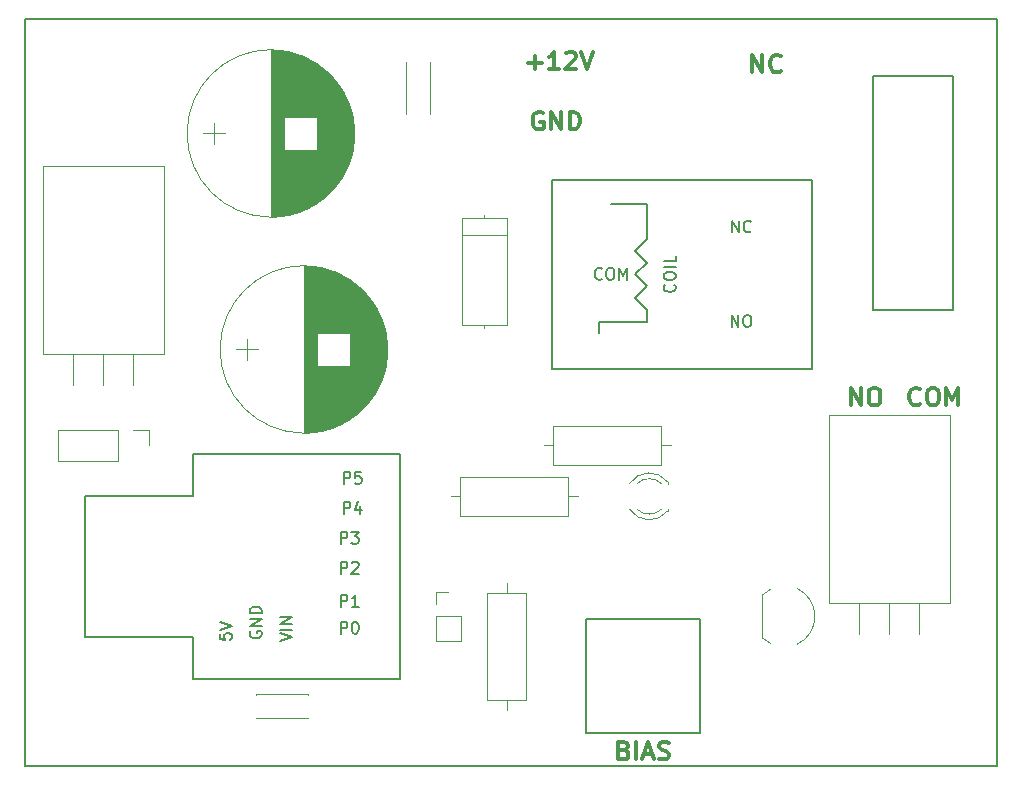
<source format=gbr>
G04 #@! TF.FileFunction,Legend,Top*
%FSLAX46Y46*%
G04 Gerber Fmt 4.6, Leading zero omitted, Abs format (unit mm)*
G04 Created by KiCad (PCBNEW 4.0.4-stable) date 04/25/17 22:02:41*
%MOMM*%
%LPD*%
G01*
G04 APERTURE LIST*
%ADD10C,0.100000*%
%ADD11C,0.300000*%
%ADD12C,0.150000*%
%ADD13C,0.120000*%
G04 APERTURE END LIST*
D10*
D11*
X152316858Y-126638857D02*
X152531144Y-126710286D01*
X152602572Y-126781714D01*
X152674001Y-126924571D01*
X152674001Y-127138857D01*
X152602572Y-127281714D01*
X152531144Y-127353143D01*
X152388286Y-127424571D01*
X151816858Y-127424571D01*
X151816858Y-125924571D01*
X152316858Y-125924571D01*
X152459715Y-125996000D01*
X152531144Y-126067429D01*
X152602572Y-126210286D01*
X152602572Y-126353143D01*
X152531144Y-126496000D01*
X152459715Y-126567429D01*
X152316858Y-126638857D01*
X151816858Y-126638857D01*
X153316858Y-127424571D02*
X153316858Y-125924571D01*
X153959715Y-126996000D02*
X154674001Y-126996000D01*
X153816858Y-127424571D02*
X154316858Y-125924571D01*
X154816858Y-127424571D01*
X155245429Y-127353143D02*
X155459715Y-127424571D01*
X155816858Y-127424571D01*
X155959715Y-127353143D01*
X156031144Y-127281714D01*
X156102572Y-127138857D01*
X156102572Y-126996000D01*
X156031144Y-126853143D01*
X155959715Y-126781714D01*
X155816858Y-126710286D01*
X155531144Y-126638857D01*
X155388286Y-126567429D01*
X155316858Y-126496000D01*
X155245429Y-126353143D01*
X155245429Y-126210286D01*
X155316858Y-126067429D01*
X155388286Y-125996000D01*
X155531144Y-125924571D01*
X155888286Y-125924571D01*
X156102572Y-125996000D01*
X177383429Y-97309714D02*
X177312000Y-97381143D01*
X177097714Y-97452571D01*
X176954857Y-97452571D01*
X176740572Y-97381143D01*
X176597714Y-97238286D01*
X176526286Y-97095429D01*
X176454857Y-96809714D01*
X176454857Y-96595429D01*
X176526286Y-96309714D01*
X176597714Y-96166857D01*
X176740572Y-96024000D01*
X176954857Y-95952571D01*
X177097714Y-95952571D01*
X177312000Y-96024000D01*
X177383429Y-96095429D01*
X178312000Y-95952571D02*
X178597714Y-95952571D01*
X178740572Y-96024000D01*
X178883429Y-96166857D01*
X178954857Y-96452571D01*
X178954857Y-96952571D01*
X178883429Y-97238286D01*
X178740572Y-97381143D01*
X178597714Y-97452571D01*
X178312000Y-97452571D01*
X178169143Y-97381143D01*
X178026286Y-97238286D01*
X177954857Y-96952571D01*
X177954857Y-96452571D01*
X178026286Y-96166857D01*
X178169143Y-96024000D01*
X178312000Y-95952571D01*
X179597715Y-97452571D02*
X179597715Y-95952571D01*
X180097715Y-97024000D01*
X180597715Y-95952571D01*
X180597715Y-97452571D01*
X171505714Y-97452571D02*
X171505714Y-95952571D01*
X172362857Y-97452571D01*
X172362857Y-95952571D01*
X173362857Y-95952571D02*
X173648571Y-95952571D01*
X173791429Y-96024000D01*
X173934286Y-96166857D01*
X174005714Y-96452571D01*
X174005714Y-96952571D01*
X173934286Y-97238286D01*
X173791429Y-97381143D01*
X173648571Y-97452571D01*
X173362857Y-97452571D01*
X173220000Y-97381143D01*
X173077143Y-97238286D01*
X173005714Y-96952571D01*
X173005714Y-96452571D01*
X173077143Y-96166857D01*
X173220000Y-96024000D01*
X173362857Y-95952571D01*
X163159429Y-69258571D02*
X163159429Y-67758571D01*
X164016572Y-69258571D01*
X164016572Y-67758571D01*
X165588001Y-69115714D02*
X165516572Y-69187143D01*
X165302286Y-69258571D01*
X165159429Y-69258571D01*
X164945144Y-69187143D01*
X164802286Y-69044286D01*
X164730858Y-68901429D01*
X164659429Y-68615714D01*
X164659429Y-68401429D01*
X164730858Y-68115714D01*
X164802286Y-67972857D01*
X164945144Y-67830000D01*
X165159429Y-67758571D01*
X165302286Y-67758571D01*
X165516572Y-67830000D01*
X165588001Y-67901429D01*
X145415143Y-72656000D02*
X145272286Y-72584571D01*
X145058000Y-72584571D01*
X144843715Y-72656000D01*
X144700857Y-72798857D01*
X144629429Y-72941714D01*
X144558000Y-73227429D01*
X144558000Y-73441714D01*
X144629429Y-73727429D01*
X144700857Y-73870286D01*
X144843715Y-74013143D01*
X145058000Y-74084571D01*
X145200857Y-74084571D01*
X145415143Y-74013143D01*
X145486572Y-73941714D01*
X145486572Y-73441714D01*
X145200857Y-73441714D01*
X146129429Y-74084571D02*
X146129429Y-72584571D01*
X146986572Y-74084571D01*
X146986572Y-72584571D01*
X147700858Y-74084571D02*
X147700858Y-72584571D01*
X148058001Y-72584571D01*
X148272286Y-72656000D01*
X148415144Y-72798857D01*
X148486572Y-72941714D01*
X148558001Y-73227429D01*
X148558001Y-73441714D01*
X148486572Y-73727429D01*
X148415144Y-73870286D01*
X148272286Y-74013143D01*
X148058001Y-74084571D01*
X147700858Y-74084571D01*
X144169144Y-68433143D02*
X145312001Y-68433143D01*
X144740572Y-69004571D02*
X144740572Y-67861714D01*
X146812001Y-69004571D02*
X145954858Y-69004571D01*
X146383430Y-69004571D02*
X146383430Y-67504571D01*
X146240573Y-67718857D01*
X146097715Y-67861714D01*
X145954858Y-67933143D01*
X147383429Y-67647429D02*
X147454858Y-67576000D01*
X147597715Y-67504571D01*
X147954858Y-67504571D01*
X148097715Y-67576000D01*
X148169144Y-67647429D01*
X148240572Y-67790286D01*
X148240572Y-67933143D01*
X148169144Y-68147429D01*
X147312001Y-69004571D01*
X148240572Y-69004571D01*
X148669143Y-67504571D02*
X149169143Y-69004571D01*
X149669143Y-67504571D01*
D12*
X183896000Y-128016000D02*
X183896000Y-64770000D01*
X101600000Y-128016000D02*
X101600000Y-64770000D01*
X183896000Y-128016000D02*
X101600000Y-128016000D01*
X101600000Y-64770000D02*
X183896000Y-64770000D01*
D13*
X136354000Y-115300000D02*
X136354000Y-117360000D01*
X136354000Y-117360000D02*
X138474000Y-117360000D01*
X138474000Y-117360000D02*
X138474000Y-115300000D01*
X138474000Y-115300000D02*
X136354000Y-115300000D01*
X136354000Y-114300000D02*
X136354000Y-113240000D01*
X136354000Y-113240000D02*
X137414000Y-113240000D01*
X125567000Y-123946000D02*
X121147000Y-123946000D01*
X125567000Y-121926000D02*
X121147000Y-121926000D01*
X125567000Y-123946000D02*
X125567000Y-123932000D01*
X125567000Y-121940000D02*
X125567000Y-121926000D01*
X121147000Y-123946000D02*
X121147000Y-123932000D01*
X121147000Y-121940000D02*
X121147000Y-121926000D01*
X132272000Y-92710000D02*
G75*
G03X132272000Y-92710000I-7090000J0D01*
G01*
X125182000Y-85660000D02*
X125182000Y-99760000D01*
X125222000Y-85660000D02*
X125222000Y-99760000D01*
X125262000Y-85660000D02*
X125262000Y-99760000D01*
X125302000Y-85661000D02*
X125302000Y-99759000D01*
X125342000Y-85661000D02*
X125342000Y-99759000D01*
X125382000Y-85662000D02*
X125382000Y-99758000D01*
X125422000Y-85664000D02*
X125422000Y-99756000D01*
X125462000Y-85665000D02*
X125462000Y-99755000D01*
X125502000Y-85667000D02*
X125502000Y-99753000D01*
X125542000Y-85669000D02*
X125542000Y-99751000D01*
X125582000Y-85671000D02*
X125582000Y-99749000D01*
X125622000Y-85673000D02*
X125622000Y-99747000D01*
X125662000Y-85676000D02*
X125662000Y-99744000D01*
X125702000Y-85679000D02*
X125702000Y-99741000D01*
X125742000Y-85682000D02*
X125742000Y-99738000D01*
X125782000Y-85685000D02*
X125782000Y-99735000D01*
X125822000Y-85688000D02*
X125822000Y-99732000D01*
X125862000Y-85692000D02*
X125862000Y-99728000D01*
X125903000Y-85696000D02*
X125903000Y-99724000D01*
X125943000Y-85700000D02*
X125943000Y-99720000D01*
X125983000Y-85705000D02*
X125983000Y-99715000D01*
X126023000Y-85709000D02*
X126023000Y-99711000D01*
X126063000Y-85714000D02*
X126063000Y-99706000D01*
X126103000Y-85719000D02*
X126103000Y-99701000D01*
X126143000Y-85725000D02*
X126143000Y-99695000D01*
X126183000Y-85730000D02*
X126183000Y-99690000D01*
X126223000Y-85736000D02*
X126223000Y-99684000D01*
X126263000Y-85742000D02*
X126263000Y-99678000D01*
X126303000Y-85749000D02*
X126303000Y-91330000D01*
X126303000Y-94090000D02*
X126303000Y-99671000D01*
X126343000Y-85755000D02*
X126343000Y-91330000D01*
X126343000Y-94090000D02*
X126343000Y-99665000D01*
X126383000Y-85762000D02*
X126383000Y-91330000D01*
X126383000Y-94090000D02*
X126383000Y-99658000D01*
X126423000Y-85769000D02*
X126423000Y-91330000D01*
X126423000Y-94090000D02*
X126423000Y-99651000D01*
X126463000Y-85776000D02*
X126463000Y-91330000D01*
X126463000Y-94090000D02*
X126463000Y-99644000D01*
X126503000Y-85783000D02*
X126503000Y-91330000D01*
X126503000Y-94090000D02*
X126503000Y-99637000D01*
X126543000Y-85791000D02*
X126543000Y-91330000D01*
X126543000Y-94090000D02*
X126543000Y-99629000D01*
X126583000Y-85799000D02*
X126583000Y-91330000D01*
X126583000Y-94090000D02*
X126583000Y-99621000D01*
X126623000Y-85807000D02*
X126623000Y-91330000D01*
X126623000Y-94090000D02*
X126623000Y-99613000D01*
X126663000Y-85816000D02*
X126663000Y-91330000D01*
X126663000Y-94090000D02*
X126663000Y-99604000D01*
X126703000Y-85824000D02*
X126703000Y-91330000D01*
X126703000Y-94090000D02*
X126703000Y-99596000D01*
X126743000Y-85833000D02*
X126743000Y-91330000D01*
X126743000Y-94090000D02*
X126743000Y-99587000D01*
X126783000Y-85842000D02*
X126783000Y-91330000D01*
X126783000Y-94090000D02*
X126783000Y-99578000D01*
X126823000Y-85852000D02*
X126823000Y-91330000D01*
X126823000Y-94090000D02*
X126823000Y-99568000D01*
X126863000Y-85861000D02*
X126863000Y-91330000D01*
X126863000Y-94090000D02*
X126863000Y-99559000D01*
X126903000Y-85871000D02*
X126903000Y-91330000D01*
X126903000Y-94090000D02*
X126903000Y-99549000D01*
X126943000Y-85881000D02*
X126943000Y-91330000D01*
X126943000Y-94090000D02*
X126943000Y-99539000D01*
X126983000Y-85892000D02*
X126983000Y-91330000D01*
X126983000Y-94090000D02*
X126983000Y-99528000D01*
X127023000Y-85902000D02*
X127023000Y-91330000D01*
X127023000Y-94090000D02*
X127023000Y-99518000D01*
X127063000Y-85913000D02*
X127063000Y-91330000D01*
X127063000Y-94090000D02*
X127063000Y-99507000D01*
X127103000Y-85924000D02*
X127103000Y-91330000D01*
X127103000Y-94090000D02*
X127103000Y-99496000D01*
X127143000Y-85936000D02*
X127143000Y-91330000D01*
X127143000Y-94090000D02*
X127143000Y-99484000D01*
X127183000Y-85947000D02*
X127183000Y-91330000D01*
X127183000Y-94090000D02*
X127183000Y-99473000D01*
X127223000Y-85959000D02*
X127223000Y-91330000D01*
X127223000Y-94090000D02*
X127223000Y-99461000D01*
X127263000Y-85971000D02*
X127263000Y-91330000D01*
X127263000Y-94090000D02*
X127263000Y-99449000D01*
X127303000Y-85984000D02*
X127303000Y-91330000D01*
X127303000Y-94090000D02*
X127303000Y-99436000D01*
X127343000Y-85997000D02*
X127343000Y-91330000D01*
X127343000Y-94090000D02*
X127343000Y-99423000D01*
X127383000Y-86009000D02*
X127383000Y-91330000D01*
X127383000Y-94090000D02*
X127383000Y-99411000D01*
X127423000Y-86023000D02*
X127423000Y-91330000D01*
X127423000Y-94090000D02*
X127423000Y-99397000D01*
X127463000Y-86036000D02*
X127463000Y-91330000D01*
X127463000Y-94090000D02*
X127463000Y-99384000D01*
X127503000Y-86050000D02*
X127503000Y-91330000D01*
X127503000Y-94090000D02*
X127503000Y-99370000D01*
X127543000Y-86064000D02*
X127543000Y-91330000D01*
X127543000Y-94090000D02*
X127543000Y-99356000D01*
X127583000Y-86078000D02*
X127583000Y-91330000D01*
X127583000Y-94090000D02*
X127583000Y-99342000D01*
X127623000Y-86093000D02*
X127623000Y-91330000D01*
X127623000Y-94090000D02*
X127623000Y-99327000D01*
X127663000Y-86107000D02*
X127663000Y-91330000D01*
X127663000Y-94090000D02*
X127663000Y-99313000D01*
X127703000Y-86122000D02*
X127703000Y-91330000D01*
X127703000Y-94090000D02*
X127703000Y-99298000D01*
X127743000Y-86138000D02*
X127743000Y-91330000D01*
X127743000Y-94090000D02*
X127743000Y-99282000D01*
X127783000Y-86153000D02*
X127783000Y-91330000D01*
X127783000Y-94090000D02*
X127783000Y-99267000D01*
X127823000Y-86169000D02*
X127823000Y-91330000D01*
X127823000Y-94090000D02*
X127823000Y-99251000D01*
X127863000Y-86186000D02*
X127863000Y-91330000D01*
X127863000Y-94090000D02*
X127863000Y-99234000D01*
X127903000Y-86202000D02*
X127903000Y-91330000D01*
X127903000Y-94090000D02*
X127903000Y-99218000D01*
X127943000Y-86219000D02*
X127943000Y-91330000D01*
X127943000Y-94090000D02*
X127943000Y-99201000D01*
X127983000Y-86236000D02*
X127983000Y-91330000D01*
X127983000Y-94090000D02*
X127983000Y-99184000D01*
X128023000Y-86253000D02*
X128023000Y-91330000D01*
X128023000Y-94090000D02*
X128023000Y-99167000D01*
X128063000Y-86271000D02*
X128063000Y-91330000D01*
X128063000Y-94090000D02*
X128063000Y-99149000D01*
X128103000Y-86289000D02*
X128103000Y-91330000D01*
X128103000Y-94090000D02*
X128103000Y-99131000D01*
X128143000Y-86307000D02*
X128143000Y-91330000D01*
X128143000Y-94090000D02*
X128143000Y-99113000D01*
X128183000Y-86325000D02*
X128183000Y-91330000D01*
X128183000Y-94090000D02*
X128183000Y-99095000D01*
X128223000Y-86344000D02*
X128223000Y-91330000D01*
X128223000Y-94090000D02*
X128223000Y-99076000D01*
X128263000Y-86363000D02*
X128263000Y-91330000D01*
X128263000Y-94090000D02*
X128263000Y-99057000D01*
X128303000Y-86383000D02*
X128303000Y-91330000D01*
X128303000Y-94090000D02*
X128303000Y-99037000D01*
X128343000Y-86403000D02*
X128343000Y-91330000D01*
X128343000Y-94090000D02*
X128343000Y-99017000D01*
X128383000Y-86423000D02*
X128383000Y-91330000D01*
X128383000Y-94090000D02*
X128383000Y-98997000D01*
X128423000Y-86443000D02*
X128423000Y-91330000D01*
X128423000Y-94090000D02*
X128423000Y-98977000D01*
X128463000Y-86464000D02*
X128463000Y-91330000D01*
X128463000Y-94090000D02*
X128463000Y-98956000D01*
X128503000Y-86485000D02*
X128503000Y-91330000D01*
X128503000Y-94090000D02*
X128503000Y-98935000D01*
X128543000Y-86506000D02*
X128543000Y-91330000D01*
X128543000Y-94090000D02*
X128543000Y-98914000D01*
X128583000Y-86528000D02*
X128583000Y-91330000D01*
X128583000Y-94090000D02*
X128583000Y-98892000D01*
X128623000Y-86550000D02*
X128623000Y-91330000D01*
X128623000Y-94090000D02*
X128623000Y-98870000D01*
X128663000Y-86572000D02*
X128663000Y-91330000D01*
X128663000Y-94090000D02*
X128663000Y-98848000D01*
X128703000Y-86595000D02*
X128703000Y-91330000D01*
X128703000Y-94090000D02*
X128703000Y-98825000D01*
X128743000Y-86618000D02*
X128743000Y-91330000D01*
X128743000Y-94090000D02*
X128743000Y-98802000D01*
X128783000Y-86641000D02*
X128783000Y-91330000D01*
X128783000Y-94090000D02*
X128783000Y-98779000D01*
X128823000Y-86665000D02*
X128823000Y-91330000D01*
X128823000Y-94090000D02*
X128823000Y-98755000D01*
X128863000Y-86689000D02*
X128863000Y-91330000D01*
X128863000Y-94090000D02*
X128863000Y-98731000D01*
X128903000Y-86714000D02*
X128903000Y-91330000D01*
X128903000Y-94090000D02*
X128903000Y-98706000D01*
X128943000Y-86739000D02*
X128943000Y-91330000D01*
X128943000Y-94090000D02*
X128943000Y-98681000D01*
X128983000Y-86764000D02*
X128983000Y-91330000D01*
X128983000Y-94090000D02*
X128983000Y-98656000D01*
X129023000Y-86789000D02*
X129023000Y-91330000D01*
X129023000Y-94090000D02*
X129023000Y-98631000D01*
X129063000Y-86815000D02*
X129063000Y-98605000D01*
X129103000Y-86842000D02*
X129103000Y-98578000D01*
X129143000Y-86868000D02*
X129143000Y-98552000D01*
X129183000Y-86896000D02*
X129183000Y-98524000D01*
X129223000Y-86923000D02*
X129223000Y-98497000D01*
X129263000Y-86951000D02*
X129263000Y-98469000D01*
X129303000Y-86979000D02*
X129303000Y-98441000D01*
X129343000Y-87008000D02*
X129343000Y-98412000D01*
X129383000Y-87037000D02*
X129383000Y-98383000D01*
X129423000Y-87067000D02*
X129423000Y-98353000D01*
X129463000Y-87097000D02*
X129463000Y-98323000D01*
X129503000Y-87128000D02*
X129503000Y-98292000D01*
X129543000Y-87159000D02*
X129543000Y-98261000D01*
X129583000Y-87190000D02*
X129583000Y-98230000D01*
X129623000Y-87222000D02*
X129623000Y-98198000D01*
X129663000Y-87254000D02*
X129663000Y-98166000D01*
X129703000Y-87287000D02*
X129703000Y-98133000D01*
X129743000Y-87320000D02*
X129743000Y-98100000D01*
X129783000Y-87354000D02*
X129783000Y-98066000D01*
X129823000Y-87389000D02*
X129823000Y-98031000D01*
X129863000Y-87424000D02*
X129863000Y-97996000D01*
X129903000Y-87459000D02*
X129903000Y-97961000D01*
X129943000Y-87495000D02*
X129943000Y-97925000D01*
X129983000Y-87531000D02*
X129983000Y-97889000D01*
X130023000Y-87569000D02*
X130023000Y-97851000D01*
X130063000Y-87606000D02*
X130063000Y-97814000D01*
X130103000Y-87644000D02*
X130103000Y-97776000D01*
X130143000Y-87683000D02*
X130143000Y-97737000D01*
X130183000Y-87723000D02*
X130183000Y-97697000D01*
X130223000Y-87763000D02*
X130223000Y-97657000D01*
X130263000Y-87804000D02*
X130263000Y-97616000D01*
X130303000Y-87845000D02*
X130303000Y-97575000D01*
X130343000Y-87887000D02*
X130343000Y-97533000D01*
X130383000Y-87930000D02*
X130383000Y-97490000D01*
X130423000Y-87973000D02*
X130423000Y-97447000D01*
X130463000Y-88018000D02*
X130463000Y-97402000D01*
X130503000Y-88063000D02*
X130503000Y-97357000D01*
X130543000Y-88109000D02*
X130543000Y-97311000D01*
X130583000Y-88155000D02*
X130583000Y-97265000D01*
X130623000Y-88203000D02*
X130623000Y-97217000D01*
X130663000Y-88251000D02*
X130663000Y-97169000D01*
X130703000Y-88300000D02*
X130703000Y-97120000D01*
X130743000Y-88350000D02*
X130743000Y-97070000D01*
X130783000Y-88401000D02*
X130783000Y-97019000D01*
X130823000Y-88453000D02*
X130823000Y-96967000D01*
X130863000Y-88506000D02*
X130863000Y-96914000D01*
X130903000Y-88560000D02*
X130903000Y-96860000D01*
X130943000Y-88615000D02*
X130943000Y-96805000D01*
X130983000Y-88672000D02*
X130983000Y-96748000D01*
X131023000Y-88729000D02*
X131023000Y-96691000D01*
X131063000Y-88788000D02*
X131063000Y-96632000D01*
X131103000Y-88848000D02*
X131103000Y-96572000D01*
X131143000Y-88909000D02*
X131143000Y-96511000D01*
X131183000Y-88972000D02*
X131183000Y-96448000D01*
X131223000Y-89036000D02*
X131223000Y-96384000D01*
X131263000Y-89102000D02*
X131263000Y-96318000D01*
X131303000Y-89170000D02*
X131303000Y-96250000D01*
X131343000Y-89239000D02*
X131343000Y-96181000D01*
X131383000Y-89310000D02*
X131383000Y-96110000D01*
X131423000Y-89383000D02*
X131423000Y-96037000D01*
X131463000Y-89459000D02*
X131463000Y-95961000D01*
X131503000Y-89536000D02*
X131503000Y-95884000D01*
X131543000Y-89616000D02*
X131543000Y-95804000D01*
X131583000Y-89699000D02*
X131583000Y-95721000D01*
X131623000Y-89784000D02*
X131623000Y-95636000D01*
X131663000Y-89872000D02*
X131663000Y-95548000D01*
X131703000Y-89964000D02*
X131703000Y-95456000D01*
X131743000Y-90060000D02*
X131743000Y-95360000D01*
X131783000Y-90160000D02*
X131783000Y-95260000D01*
X131823000Y-90264000D02*
X131823000Y-95156000D01*
X131863000Y-90373000D02*
X131863000Y-95047000D01*
X131903000Y-90489000D02*
X131903000Y-94931000D01*
X131943000Y-90612000D02*
X131943000Y-94808000D01*
X131983000Y-90742000D02*
X131983000Y-94678000D01*
X132023000Y-90883000D02*
X132023000Y-94537000D01*
X132063000Y-91037000D02*
X132063000Y-94383000D01*
X132103000Y-91206000D02*
X132103000Y-94214000D01*
X132143000Y-91398000D02*
X132143000Y-94022000D01*
X132183000Y-91623000D02*
X132183000Y-93797000D01*
X132223000Y-91909000D02*
X132223000Y-93511000D01*
X132263000Y-92373000D02*
X132263000Y-93047000D01*
X119482000Y-92710000D02*
X121282000Y-92710000D01*
X120382000Y-91810000D02*
X120382000Y-93610000D01*
X135884000Y-68362000D02*
X135884000Y-72782000D01*
X133864000Y-68362000D02*
X133864000Y-72782000D01*
X135884000Y-68362000D02*
X135870000Y-68362000D01*
X133878000Y-68362000D02*
X133864000Y-68362000D01*
X135884000Y-72782000D02*
X135870000Y-72782000D01*
X133878000Y-72782000D02*
X133864000Y-72782000D01*
X129478000Y-74422000D02*
G75*
G03X129478000Y-74422000I-7090000J0D01*
G01*
X122388000Y-67372000D02*
X122388000Y-81472000D01*
X122428000Y-67372000D02*
X122428000Y-81472000D01*
X122468000Y-67372000D02*
X122468000Y-81472000D01*
X122508000Y-67373000D02*
X122508000Y-81471000D01*
X122548000Y-67373000D02*
X122548000Y-81471000D01*
X122588000Y-67374000D02*
X122588000Y-81470000D01*
X122628000Y-67376000D02*
X122628000Y-81468000D01*
X122668000Y-67377000D02*
X122668000Y-81467000D01*
X122708000Y-67379000D02*
X122708000Y-81465000D01*
X122748000Y-67381000D02*
X122748000Y-81463000D01*
X122788000Y-67383000D02*
X122788000Y-81461000D01*
X122828000Y-67385000D02*
X122828000Y-81459000D01*
X122868000Y-67388000D02*
X122868000Y-81456000D01*
X122908000Y-67391000D02*
X122908000Y-81453000D01*
X122948000Y-67394000D02*
X122948000Y-81450000D01*
X122988000Y-67397000D02*
X122988000Y-81447000D01*
X123028000Y-67400000D02*
X123028000Y-81444000D01*
X123068000Y-67404000D02*
X123068000Y-81440000D01*
X123109000Y-67408000D02*
X123109000Y-81436000D01*
X123149000Y-67412000D02*
X123149000Y-81432000D01*
X123189000Y-67417000D02*
X123189000Y-81427000D01*
X123229000Y-67421000D02*
X123229000Y-81423000D01*
X123269000Y-67426000D02*
X123269000Y-81418000D01*
X123309000Y-67431000D02*
X123309000Y-81413000D01*
X123349000Y-67437000D02*
X123349000Y-81407000D01*
X123389000Y-67442000D02*
X123389000Y-81402000D01*
X123429000Y-67448000D02*
X123429000Y-81396000D01*
X123469000Y-67454000D02*
X123469000Y-81390000D01*
X123509000Y-67461000D02*
X123509000Y-73042000D01*
X123509000Y-75802000D02*
X123509000Y-81383000D01*
X123549000Y-67467000D02*
X123549000Y-73042000D01*
X123549000Y-75802000D02*
X123549000Y-81377000D01*
X123589000Y-67474000D02*
X123589000Y-73042000D01*
X123589000Y-75802000D02*
X123589000Y-81370000D01*
X123629000Y-67481000D02*
X123629000Y-73042000D01*
X123629000Y-75802000D02*
X123629000Y-81363000D01*
X123669000Y-67488000D02*
X123669000Y-73042000D01*
X123669000Y-75802000D02*
X123669000Y-81356000D01*
X123709000Y-67495000D02*
X123709000Y-73042000D01*
X123709000Y-75802000D02*
X123709000Y-81349000D01*
X123749000Y-67503000D02*
X123749000Y-73042000D01*
X123749000Y-75802000D02*
X123749000Y-81341000D01*
X123789000Y-67511000D02*
X123789000Y-73042000D01*
X123789000Y-75802000D02*
X123789000Y-81333000D01*
X123829000Y-67519000D02*
X123829000Y-73042000D01*
X123829000Y-75802000D02*
X123829000Y-81325000D01*
X123869000Y-67528000D02*
X123869000Y-73042000D01*
X123869000Y-75802000D02*
X123869000Y-81316000D01*
X123909000Y-67536000D02*
X123909000Y-73042000D01*
X123909000Y-75802000D02*
X123909000Y-81308000D01*
X123949000Y-67545000D02*
X123949000Y-73042000D01*
X123949000Y-75802000D02*
X123949000Y-81299000D01*
X123989000Y-67554000D02*
X123989000Y-73042000D01*
X123989000Y-75802000D02*
X123989000Y-81290000D01*
X124029000Y-67564000D02*
X124029000Y-73042000D01*
X124029000Y-75802000D02*
X124029000Y-81280000D01*
X124069000Y-67573000D02*
X124069000Y-73042000D01*
X124069000Y-75802000D02*
X124069000Y-81271000D01*
X124109000Y-67583000D02*
X124109000Y-73042000D01*
X124109000Y-75802000D02*
X124109000Y-81261000D01*
X124149000Y-67593000D02*
X124149000Y-73042000D01*
X124149000Y-75802000D02*
X124149000Y-81251000D01*
X124189000Y-67604000D02*
X124189000Y-73042000D01*
X124189000Y-75802000D02*
X124189000Y-81240000D01*
X124229000Y-67614000D02*
X124229000Y-73042000D01*
X124229000Y-75802000D02*
X124229000Y-81230000D01*
X124269000Y-67625000D02*
X124269000Y-73042000D01*
X124269000Y-75802000D02*
X124269000Y-81219000D01*
X124309000Y-67636000D02*
X124309000Y-73042000D01*
X124309000Y-75802000D02*
X124309000Y-81208000D01*
X124349000Y-67648000D02*
X124349000Y-73042000D01*
X124349000Y-75802000D02*
X124349000Y-81196000D01*
X124389000Y-67659000D02*
X124389000Y-73042000D01*
X124389000Y-75802000D02*
X124389000Y-81185000D01*
X124429000Y-67671000D02*
X124429000Y-73042000D01*
X124429000Y-75802000D02*
X124429000Y-81173000D01*
X124469000Y-67683000D02*
X124469000Y-73042000D01*
X124469000Y-75802000D02*
X124469000Y-81161000D01*
X124509000Y-67696000D02*
X124509000Y-73042000D01*
X124509000Y-75802000D02*
X124509000Y-81148000D01*
X124549000Y-67709000D02*
X124549000Y-73042000D01*
X124549000Y-75802000D02*
X124549000Y-81135000D01*
X124589000Y-67721000D02*
X124589000Y-73042000D01*
X124589000Y-75802000D02*
X124589000Y-81123000D01*
X124629000Y-67735000D02*
X124629000Y-73042000D01*
X124629000Y-75802000D02*
X124629000Y-81109000D01*
X124669000Y-67748000D02*
X124669000Y-73042000D01*
X124669000Y-75802000D02*
X124669000Y-81096000D01*
X124709000Y-67762000D02*
X124709000Y-73042000D01*
X124709000Y-75802000D02*
X124709000Y-81082000D01*
X124749000Y-67776000D02*
X124749000Y-73042000D01*
X124749000Y-75802000D02*
X124749000Y-81068000D01*
X124789000Y-67790000D02*
X124789000Y-73042000D01*
X124789000Y-75802000D02*
X124789000Y-81054000D01*
X124829000Y-67805000D02*
X124829000Y-73042000D01*
X124829000Y-75802000D02*
X124829000Y-81039000D01*
X124869000Y-67819000D02*
X124869000Y-73042000D01*
X124869000Y-75802000D02*
X124869000Y-81025000D01*
X124909000Y-67834000D02*
X124909000Y-73042000D01*
X124909000Y-75802000D02*
X124909000Y-81010000D01*
X124949000Y-67850000D02*
X124949000Y-73042000D01*
X124949000Y-75802000D02*
X124949000Y-80994000D01*
X124989000Y-67865000D02*
X124989000Y-73042000D01*
X124989000Y-75802000D02*
X124989000Y-80979000D01*
X125029000Y-67881000D02*
X125029000Y-73042000D01*
X125029000Y-75802000D02*
X125029000Y-80963000D01*
X125069000Y-67898000D02*
X125069000Y-73042000D01*
X125069000Y-75802000D02*
X125069000Y-80946000D01*
X125109000Y-67914000D02*
X125109000Y-73042000D01*
X125109000Y-75802000D02*
X125109000Y-80930000D01*
X125149000Y-67931000D02*
X125149000Y-73042000D01*
X125149000Y-75802000D02*
X125149000Y-80913000D01*
X125189000Y-67948000D02*
X125189000Y-73042000D01*
X125189000Y-75802000D02*
X125189000Y-80896000D01*
X125229000Y-67965000D02*
X125229000Y-73042000D01*
X125229000Y-75802000D02*
X125229000Y-80879000D01*
X125269000Y-67983000D02*
X125269000Y-73042000D01*
X125269000Y-75802000D02*
X125269000Y-80861000D01*
X125309000Y-68001000D02*
X125309000Y-73042000D01*
X125309000Y-75802000D02*
X125309000Y-80843000D01*
X125349000Y-68019000D02*
X125349000Y-73042000D01*
X125349000Y-75802000D02*
X125349000Y-80825000D01*
X125389000Y-68037000D02*
X125389000Y-73042000D01*
X125389000Y-75802000D02*
X125389000Y-80807000D01*
X125429000Y-68056000D02*
X125429000Y-73042000D01*
X125429000Y-75802000D02*
X125429000Y-80788000D01*
X125469000Y-68075000D02*
X125469000Y-73042000D01*
X125469000Y-75802000D02*
X125469000Y-80769000D01*
X125509000Y-68095000D02*
X125509000Y-73042000D01*
X125509000Y-75802000D02*
X125509000Y-80749000D01*
X125549000Y-68115000D02*
X125549000Y-73042000D01*
X125549000Y-75802000D02*
X125549000Y-80729000D01*
X125589000Y-68135000D02*
X125589000Y-73042000D01*
X125589000Y-75802000D02*
X125589000Y-80709000D01*
X125629000Y-68155000D02*
X125629000Y-73042000D01*
X125629000Y-75802000D02*
X125629000Y-80689000D01*
X125669000Y-68176000D02*
X125669000Y-73042000D01*
X125669000Y-75802000D02*
X125669000Y-80668000D01*
X125709000Y-68197000D02*
X125709000Y-73042000D01*
X125709000Y-75802000D02*
X125709000Y-80647000D01*
X125749000Y-68218000D02*
X125749000Y-73042000D01*
X125749000Y-75802000D02*
X125749000Y-80626000D01*
X125789000Y-68240000D02*
X125789000Y-73042000D01*
X125789000Y-75802000D02*
X125789000Y-80604000D01*
X125829000Y-68262000D02*
X125829000Y-73042000D01*
X125829000Y-75802000D02*
X125829000Y-80582000D01*
X125869000Y-68284000D02*
X125869000Y-73042000D01*
X125869000Y-75802000D02*
X125869000Y-80560000D01*
X125909000Y-68307000D02*
X125909000Y-73042000D01*
X125909000Y-75802000D02*
X125909000Y-80537000D01*
X125949000Y-68330000D02*
X125949000Y-73042000D01*
X125949000Y-75802000D02*
X125949000Y-80514000D01*
X125989000Y-68353000D02*
X125989000Y-73042000D01*
X125989000Y-75802000D02*
X125989000Y-80491000D01*
X126029000Y-68377000D02*
X126029000Y-73042000D01*
X126029000Y-75802000D02*
X126029000Y-80467000D01*
X126069000Y-68401000D02*
X126069000Y-73042000D01*
X126069000Y-75802000D02*
X126069000Y-80443000D01*
X126109000Y-68426000D02*
X126109000Y-73042000D01*
X126109000Y-75802000D02*
X126109000Y-80418000D01*
X126149000Y-68451000D02*
X126149000Y-73042000D01*
X126149000Y-75802000D02*
X126149000Y-80393000D01*
X126189000Y-68476000D02*
X126189000Y-73042000D01*
X126189000Y-75802000D02*
X126189000Y-80368000D01*
X126229000Y-68501000D02*
X126229000Y-73042000D01*
X126229000Y-75802000D02*
X126229000Y-80343000D01*
X126269000Y-68527000D02*
X126269000Y-80317000D01*
X126309000Y-68554000D02*
X126309000Y-80290000D01*
X126349000Y-68580000D02*
X126349000Y-80264000D01*
X126389000Y-68608000D02*
X126389000Y-80236000D01*
X126429000Y-68635000D02*
X126429000Y-80209000D01*
X126469000Y-68663000D02*
X126469000Y-80181000D01*
X126509000Y-68691000D02*
X126509000Y-80153000D01*
X126549000Y-68720000D02*
X126549000Y-80124000D01*
X126589000Y-68749000D02*
X126589000Y-80095000D01*
X126629000Y-68779000D02*
X126629000Y-80065000D01*
X126669000Y-68809000D02*
X126669000Y-80035000D01*
X126709000Y-68840000D02*
X126709000Y-80004000D01*
X126749000Y-68871000D02*
X126749000Y-79973000D01*
X126789000Y-68902000D02*
X126789000Y-79942000D01*
X126829000Y-68934000D02*
X126829000Y-79910000D01*
X126869000Y-68966000D02*
X126869000Y-79878000D01*
X126909000Y-68999000D02*
X126909000Y-79845000D01*
X126949000Y-69032000D02*
X126949000Y-79812000D01*
X126989000Y-69066000D02*
X126989000Y-79778000D01*
X127029000Y-69101000D02*
X127029000Y-79743000D01*
X127069000Y-69136000D02*
X127069000Y-79708000D01*
X127109000Y-69171000D02*
X127109000Y-79673000D01*
X127149000Y-69207000D02*
X127149000Y-79637000D01*
X127189000Y-69243000D02*
X127189000Y-79601000D01*
X127229000Y-69281000D02*
X127229000Y-79563000D01*
X127269000Y-69318000D02*
X127269000Y-79526000D01*
X127309000Y-69356000D02*
X127309000Y-79488000D01*
X127349000Y-69395000D02*
X127349000Y-79449000D01*
X127389000Y-69435000D02*
X127389000Y-79409000D01*
X127429000Y-69475000D02*
X127429000Y-79369000D01*
X127469000Y-69516000D02*
X127469000Y-79328000D01*
X127509000Y-69557000D02*
X127509000Y-79287000D01*
X127549000Y-69599000D02*
X127549000Y-79245000D01*
X127589000Y-69642000D02*
X127589000Y-79202000D01*
X127629000Y-69685000D02*
X127629000Y-79159000D01*
X127669000Y-69730000D02*
X127669000Y-79114000D01*
X127709000Y-69775000D02*
X127709000Y-79069000D01*
X127749000Y-69821000D02*
X127749000Y-79023000D01*
X127789000Y-69867000D02*
X127789000Y-78977000D01*
X127829000Y-69915000D02*
X127829000Y-78929000D01*
X127869000Y-69963000D02*
X127869000Y-78881000D01*
X127909000Y-70012000D02*
X127909000Y-78832000D01*
X127949000Y-70062000D02*
X127949000Y-78782000D01*
X127989000Y-70113000D02*
X127989000Y-78731000D01*
X128029000Y-70165000D02*
X128029000Y-78679000D01*
X128069000Y-70218000D02*
X128069000Y-78626000D01*
X128109000Y-70272000D02*
X128109000Y-78572000D01*
X128149000Y-70327000D02*
X128149000Y-78517000D01*
X128189000Y-70384000D02*
X128189000Y-78460000D01*
X128229000Y-70441000D02*
X128229000Y-78403000D01*
X128269000Y-70500000D02*
X128269000Y-78344000D01*
X128309000Y-70560000D02*
X128309000Y-78284000D01*
X128349000Y-70621000D02*
X128349000Y-78223000D01*
X128389000Y-70684000D02*
X128389000Y-78160000D01*
X128429000Y-70748000D02*
X128429000Y-78096000D01*
X128469000Y-70814000D02*
X128469000Y-78030000D01*
X128509000Y-70882000D02*
X128509000Y-77962000D01*
X128549000Y-70951000D02*
X128549000Y-77893000D01*
X128589000Y-71022000D02*
X128589000Y-77822000D01*
X128629000Y-71095000D02*
X128629000Y-77749000D01*
X128669000Y-71171000D02*
X128669000Y-77673000D01*
X128709000Y-71248000D02*
X128709000Y-77596000D01*
X128749000Y-71328000D02*
X128749000Y-77516000D01*
X128789000Y-71411000D02*
X128789000Y-77433000D01*
X128829000Y-71496000D02*
X128829000Y-77348000D01*
X128869000Y-71584000D02*
X128869000Y-77260000D01*
X128909000Y-71676000D02*
X128909000Y-77168000D01*
X128949000Y-71772000D02*
X128949000Y-77072000D01*
X128989000Y-71872000D02*
X128989000Y-76972000D01*
X129029000Y-71976000D02*
X129029000Y-76868000D01*
X129069000Y-72085000D02*
X129069000Y-76759000D01*
X129109000Y-72201000D02*
X129109000Y-76643000D01*
X129149000Y-72324000D02*
X129149000Y-76520000D01*
X129189000Y-72454000D02*
X129189000Y-76390000D01*
X129229000Y-72595000D02*
X129229000Y-76249000D01*
X129269000Y-72749000D02*
X129269000Y-76095000D01*
X129309000Y-72918000D02*
X129309000Y-75926000D01*
X129349000Y-73110000D02*
X129349000Y-75734000D01*
X129389000Y-73335000D02*
X129389000Y-75509000D01*
X129429000Y-73621000D02*
X129429000Y-75223000D01*
X129469000Y-74085000D02*
X129469000Y-74759000D01*
X116688000Y-74422000D02*
X118488000Y-74422000D01*
X117588000Y-73522000D02*
X117588000Y-75322000D01*
X152759665Y-106234608D02*
G75*
G03X155992000Y-106391516I1672335J1078608D01*
G01*
X152759665Y-104077392D02*
G75*
G02X155992000Y-103920484I1672335J-1078608D01*
G01*
X153390870Y-106235837D02*
G75*
G03X155472961Y-106236000I1041130J1079837D01*
G01*
X153390870Y-104076163D02*
G75*
G02X155472961Y-104076000I1041130J-1079837D01*
G01*
X155992000Y-106392000D02*
X155992000Y-106236000D01*
X155992000Y-104076000D02*
X155992000Y-103920000D01*
X142372000Y-81596000D02*
X138552000Y-81596000D01*
X138552000Y-81596000D02*
X138552000Y-90616000D01*
X138552000Y-90616000D02*
X142372000Y-90616000D01*
X142372000Y-90616000D02*
X142372000Y-81596000D01*
X140462000Y-81336000D02*
X140462000Y-81596000D01*
X140462000Y-90876000D02*
X140462000Y-90616000D01*
X142372000Y-82991000D02*
X138552000Y-82991000D01*
D12*
X180149500Y-69596000D02*
X180149500Y-89408000D01*
X173418500Y-89408000D02*
X180149500Y-89408000D01*
X173418500Y-89408000D02*
X173418500Y-69596000D01*
X173418500Y-69596000D02*
X180149500Y-69596000D01*
D13*
X169632000Y-114166000D02*
X179872000Y-114166000D01*
X169632000Y-98276000D02*
X179872000Y-98276000D01*
X169632000Y-98276000D02*
X169632000Y-114166000D01*
X179872000Y-98276000D02*
X179872000Y-114166000D01*
X172212000Y-114166000D02*
X172212000Y-116806000D01*
X174752000Y-114166000D02*
X174752000Y-116790000D01*
X177292000Y-114166000D02*
X177292000Y-116790000D01*
X144027000Y-113296000D02*
X140707000Y-113296000D01*
X140707000Y-113296000D02*
X140707000Y-122416000D01*
X140707000Y-122416000D02*
X144027000Y-122416000D01*
X144027000Y-122416000D02*
X144027000Y-113296000D01*
X142367000Y-112486000D02*
X142367000Y-113296000D01*
X142367000Y-123226000D02*
X142367000Y-122416000D01*
X147562000Y-106816000D02*
X147562000Y-103496000D01*
X147562000Y-103496000D02*
X138442000Y-103496000D01*
X138442000Y-103496000D02*
X138442000Y-106816000D01*
X138442000Y-106816000D02*
X147562000Y-106816000D01*
X148372000Y-105156000D02*
X147562000Y-105156000D01*
X137632000Y-105156000D02*
X138442000Y-105156000D01*
X155436000Y-102498000D02*
X155436000Y-99178000D01*
X155436000Y-99178000D02*
X146316000Y-99178000D01*
X146316000Y-99178000D02*
X146316000Y-102498000D01*
X146316000Y-102498000D02*
X155436000Y-102498000D01*
X156246000Y-100838000D02*
X155436000Y-100838000D01*
X145506000Y-100838000D02*
X146316000Y-100838000D01*
D12*
X149098000Y-115570000D02*
X149098000Y-125222000D01*
X149098000Y-125222000D02*
X158750000Y-125222000D01*
X158750000Y-115570000D02*
X158750000Y-125222000D01*
X158750000Y-115570000D02*
X149098000Y-115570000D01*
X146210000Y-86360000D02*
X146210000Y-78360000D01*
X146210000Y-78360000D02*
X168210000Y-78360000D01*
X168210000Y-78360000D02*
X168210000Y-94360000D01*
X168210000Y-94360000D02*
X146210000Y-94360000D01*
X146210000Y-94360000D02*
X146210000Y-86360000D01*
X151210000Y-80360000D02*
X154210000Y-80360000D01*
X154210000Y-80360000D02*
X154210000Y-83360000D01*
X154210000Y-83360000D02*
X153210000Y-84360000D01*
X153210000Y-84360000D02*
X154210000Y-85360000D01*
X154210000Y-85360000D02*
X153210000Y-86360000D01*
X153210000Y-86360000D02*
X154210000Y-87360000D01*
X154210000Y-87360000D02*
X153210000Y-88360000D01*
X153210000Y-88360000D02*
X154210000Y-89360000D01*
X154210000Y-89360000D02*
X154210000Y-90360000D01*
X154210000Y-90360000D02*
X150210000Y-90360000D01*
X150210000Y-90360000D02*
X150210000Y-91360000D01*
D13*
X103084000Y-93084000D02*
X113324000Y-93084000D01*
X103084000Y-77194000D02*
X113324000Y-77194000D01*
X103084000Y-77194000D02*
X103084000Y-93084000D01*
X113324000Y-77194000D02*
X113324000Y-93084000D01*
X105664000Y-93084000D02*
X105664000Y-95724000D01*
X108204000Y-93084000D02*
X108204000Y-95708000D01*
X110744000Y-93084000D02*
X110744000Y-95708000D01*
D12*
X115824000Y-101600000D02*
X133350000Y-101600000D01*
X115824000Y-101600000D02*
X115824000Y-105156000D01*
X106680000Y-105156000D02*
X115824000Y-105156000D01*
X106680000Y-105156000D02*
X106680000Y-117094000D01*
X106680000Y-117094000D02*
X115824000Y-117094000D01*
X115824000Y-117094000D02*
X115824000Y-120650000D01*
X115824000Y-120650000D02*
X133350000Y-120650000D01*
X133350000Y-101600000D02*
X133350000Y-120650000D01*
D13*
X109474000Y-99508000D02*
X104334000Y-99508000D01*
X104334000Y-99508000D02*
X104334000Y-102168000D01*
X104334000Y-102168000D02*
X109474000Y-102168000D01*
X109474000Y-102168000D02*
X109474000Y-99508000D01*
X110744000Y-99508000D02*
X112074000Y-99508000D01*
X112074000Y-99508000D02*
X112074000Y-100838000D01*
X164012000Y-113516000D02*
X164012000Y-117116000D01*
X164739205Y-112991816D02*
G75*
G03X164012000Y-113516000I1122795J-2324184D01*
G01*
X166960807Y-112959600D02*
G75*
G02X168462000Y-115316000I-1098807J-2356400D01*
G01*
X166960807Y-117672400D02*
G75*
G03X168462000Y-115316000I-1098807J2356400D01*
G01*
X164739205Y-117640184D02*
G75*
G02X164012000Y-117116000I1122795J2324184D01*
G01*
D12*
X156567143Y-87217142D02*
X156614762Y-87264761D01*
X156662381Y-87407618D01*
X156662381Y-87502856D01*
X156614762Y-87645714D01*
X156519524Y-87740952D01*
X156424286Y-87788571D01*
X156233810Y-87836190D01*
X156090952Y-87836190D01*
X155900476Y-87788571D01*
X155805238Y-87740952D01*
X155710000Y-87645714D01*
X155662381Y-87502856D01*
X155662381Y-87407618D01*
X155710000Y-87264761D01*
X155757619Y-87217142D01*
X155662381Y-86598095D02*
X155662381Y-86407618D01*
X155710000Y-86312380D01*
X155805238Y-86217142D01*
X155995714Y-86169523D01*
X156329048Y-86169523D01*
X156519524Y-86217142D01*
X156614762Y-86312380D01*
X156662381Y-86407618D01*
X156662381Y-86598095D01*
X156614762Y-86693333D01*
X156519524Y-86788571D01*
X156329048Y-86836190D01*
X155995714Y-86836190D01*
X155805238Y-86788571D01*
X155710000Y-86693333D01*
X155662381Y-86598095D01*
X156662381Y-85740952D02*
X155662381Y-85740952D01*
X156662381Y-84788571D02*
X156662381Y-85264762D01*
X155662381Y-85264762D01*
X161400476Y-90812381D02*
X161400476Y-89812381D01*
X161971905Y-90812381D01*
X161971905Y-89812381D01*
X162638571Y-89812381D02*
X162829048Y-89812381D01*
X162924286Y-89860000D01*
X163019524Y-89955238D01*
X163067143Y-90145714D01*
X163067143Y-90479048D01*
X163019524Y-90669524D01*
X162924286Y-90764762D01*
X162829048Y-90812381D01*
X162638571Y-90812381D01*
X162543333Y-90764762D01*
X162448095Y-90669524D01*
X162400476Y-90479048D01*
X162400476Y-90145714D01*
X162448095Y-89955238D01*
X162543333Y-89860000D01*
X162638571Y-89812381D01*
X161424286Y-82812381D02*
X161424286Y-81812381D01*
X161995715Y-82812381D01*
X161995715Y-81812381D01*
X163043334Y-82717143D02*
X162995715Y-82764762D01*
X162852858Y-82812381D01*
X162757620Y-82812381D01*
X162614762Y-82764762D01*
X162519524Y-82669524D01*
X162471905Y-82574286D01*
X162424286Y-82383810D01*
X162424286Y-82240952D01*
X162471905Y-82050476D01*
X162519524Y-81955238D01*
X162614762Y-81860000D01*
X162757620Y-81812381D01*
X162852858Y-81812381D01*
X162995715Y-81860000D01*
X163043334Y-81907619D01*
X150424286Y-86717143D02*
X150376667Y-86764762D01*
X150233810Y-86812381D01*
X150138572Y-86812381D01*
X149995714Y-86764762D01*
X149900476Y-86669524D01*
X149852857Y-86574286D01*
X149805238Y-86383810D01*
X149805238Y-86240952D01*
X149852857Y-86050476D01*
X149900476Y-85955238D01*
X149995714Y-85860000D01*
X150138572Y-85812381D01*
X150233810Y-85812381D01*
X150376667Y-85860000D01*
X150424286Y-85907619D01*
X151043333Y-85812381D02*
X151233810Y-85812381D01*
X151329048Y-85860000D01*
X151424286Y-85955238D01*
X151471905Y-86145714D01*
X151471905Y-86479048D01*
X151424286Y-86669524D01*
X151329048Y-86764762D01*
X151233810Y-86812381D01*
X151043333Y-86812381D01*
X150948095Y-86764762D01*
X150852857Y-86669524D01*
X150805238Y-86479048D01*
X150805238Y-86145714D01*
X150852857Y-85955238D01*
X150948095Y-85860000D01*
X151043333Y-85812381D01*
X151900476Y-86812381D02*
X151900476Y-85812381D01*
X152233810Y-86526667D01*
X152567143Y-85812381D01*
X152567143Y-86812381D01*
X128547905Y-104084381D02*
X128547905Y-103084381D01*
X128928858Y-103084381D01*
X129024096Y-103132000D01*
X129071715Y-103179619D01*
X129119334Y-103274857D01*
X129119334Y-103417714D01*
X129071715Y-103512952D01*
X129024096Y-103560571D01*
X128928858Y-103608190D01*
X128547905Y-103608190D01*
X130024096Y-103084381D02*
X129547905Y-103084381D01*
X129500286Y-103560571D01*
X129547905Y-103512952D01*
X129643143Y-103465333D01*
X129881239Y-103465333D01*
X129976477Y-103512952D01*
X130024096Y-103560571D01*
X130071715Y-103655810D01*
X130071715Y-103893905D01*
X130024096Y-103989143D01*
X129976477Y-104036762D01*
X129881239Y-104084381D01*
X129643143Y-104084381D01*
X129547905Y-104036762D01*
X129500286Y-103989143D01*
X128547905Y-106624381D02*
X128547905Y-105624381D01*
X128928858Y-105624381D01*
X129024096Y-105672000D01*
X129071715Y-105719619D01*
X129119334Y-105814857D01*
X129119334Y-105957714D01*
X129071715Y-106052952D01*
X129024096Y-106100571D01*
X128928858Y-106148190D01*
X128547905Y-106148190D01*
X129976477Y-105957714D02*
X129976477Y-106624381D01*
X129738381Y-105576762D02*
X129500286Y-106291048D01*
X130119334Y-106291048D01*
X128293905Y-109164381D02*
X128293905Y-108164381D01*
X128674858Y-108164381D01*
X128770096Y-108212000D01*
X128817715Y-108259619D01*
X128865334Y-108354857D01*
X128865334Y-108497714D01*
X128817715Y-108592952D01*
X128770096Y-108640571D01*
X128674858Y-108688190D01*
X128293905Y-108688190D01*
X129198667Y-108164381D02*
X129817715Y-108164381D01*
X129484381Y-108545333D01*
X129627239Y-108545333D01*
X129722477Y-108592952D01*
X129770096Y-108640571D01*
X129817715Y-108735810D01*
X129817715Y-108973905D01*
X129770096Y-109069143D01*
X129722477Y-109116762D01*
X129627239Y-109164381D01*
X129341524Y-109164381D01*
X129246286Y-109116762D01*
X129198667Y-109069143D01*
X128293905Y-111704381D02*
X128293905Y-110704381D01*
X128674858Y-110704381D01*
X128770096Y-110752000D01*
X128817715Y-110799619D01*
X128865334Y-110894857D01*
X128865334Y-111037714D01*
X128817715Y-111132952D01*
X128770096Y-111180571D01*
X128674858Y-111228190D01*
X128293905Y-111228190D01*
X129246286Y-110799619D02*
X129293905Y-110752000D01*
X129389143Y-110704381D01*
X129627239Y-110704381D01*
X129722477Y-110752000D01*
X129770096Y-110799619D01*
X129817715Y-110894857D01*
X129817715Y-110990095D01*
X129770096Y-111132952D01*
X129198667Y-111704381D01*
X129817715Y-111704381D01*
X128293905Y-114498381D02*
X128293905Y-113498381D01*
X128674858Y-113498381D01*
X128770096Y-113546000D01*
X128817715Y-113593619D01*
X128865334Y-113688857D01*
X128865334Y-113831714D01*
X128817715Y-113926952D01*
X128770096Y-113974571D01*
X128674858Y-114022190D01*
X128293905Y-114022190D01*
X129817715Y-114498381D02*
X129246286Y-114498381D01*
X129532000Y-114498381D02*
X129532000Y-113498381D01*
X129436762Y-113641238D01*
X129341524Y-113736476D01*
X129246286Y-113784095D01*
X128293905Y-116784381D02*
X128293905Y-115784381D01*
X128674858Y-115784381D01*
X128770096Y-115832000D01*
X128817715Y-115879619D01*
X128865334Y-115974857D01*
X128865334Y-116117714D01*
X128817715Y-116212952D01*
X128770096Y-116260571D01*
X128674858Y-116308190D01*
X128293905Y-116308190D01*
X129484381Y-115784381D02*
X129579620Y-115784381D01*
X129674858Y-115832000D01*
X129722477Y-115879619D01*
X129770096Y-115974857D01*
X129817715Y-116165333D01*
X129817715Y-116403429D01*
X129770096Y-116593905D01*
X129722477Y-116689143D01*
X129674858Y-116736762D01*
X129579620Y-116784381D01*
X129484381Y-116784381D01*
X129389143Y-116736762D01*
X129341524Y-116689143D01*
X129293905Y-116593905D01*
X129246286Y-116403429D01*
X129246286Y-116165333D01*
X129293905Y-115974857D01*
X129341524Y-115879619D01*
X129389143Y-115832000D01*
X129484381Y-115784381D01*
X118070381Y-116776476D02*
X118070381Y-117252667D01*
X118546571Y-117300286D01*
X118498952Y-117252667D01*
X118451333Y-117157429D01*
X118451333Y-116919333D01*
X118498952Y-116824095D01*
X118546571Y-116776476D01*
X118641810Y-116728857D01*
X118879905Y-116728857D01*
X118975143Y-116776476D01*
X119022762Y-116824095D01*
X119070381Y-116919333D01*
X119070381Y-117157429D01*
X119022762Y-117252667D01*
X118975143Y-117300286D01*
X118070381Y-116443143D02*
X119070381Y-116109810D01*
X118070381Y-115776476D01*
X120658000Y-116585904D02*
X120610381Y-116681142D01*
X120610381Y-116823999D01*
X120658000Y-116966857D01*
X120753238Y-117062095D01*
X120848476Y-117109714D01*
X121038952Y-117157333D01*
X121181810Y-117157333D01*
X121372286Y-117109714D01*
X121467524Y-117062095D01*
X121562762Y-116966857D01*
X121610381Y-116823999D01*
X121610381Y-116728761D01*
X121562762Y-116585904D01*
X121515143Y-116538285D01*
X121181810Y-116538285D01*
X121181810Y-116728761D01*
X121610381Y-116109714D02*
X120610381Y-116109714D01*
X121610381Y-115538285D01*
X120610381Y-115538285D01*
X121610381Y-115062095D02*
X120610381Y-115062095D01*
X120610381Y-114824000D01*
X120658000Y-114681142D01*
X120753238Y-114585904D01*
X120848476Y-114538285D01*
X121038952Y-114490666D01*
X121181810Y-114490666D01*
X121372286Y-114538285D01*
X121467524Y-114585904D01*
X121562762Y-114681142D01*
X121610381Y-114824000D01*
X121610381Y-115062095D01*
X123150381Y-117427238D02*
X124150381Y-117093905D01*
X123150381Y-116760571D01*
X124150381Y-116427238D02*
X123150381Y-116427238D01*
X124150381Y-115951048D02*
X123150381Y-115951048D01*
X124150381Y-115379619D01*
X123150381Y-115379619D01*
M02*

</source>
